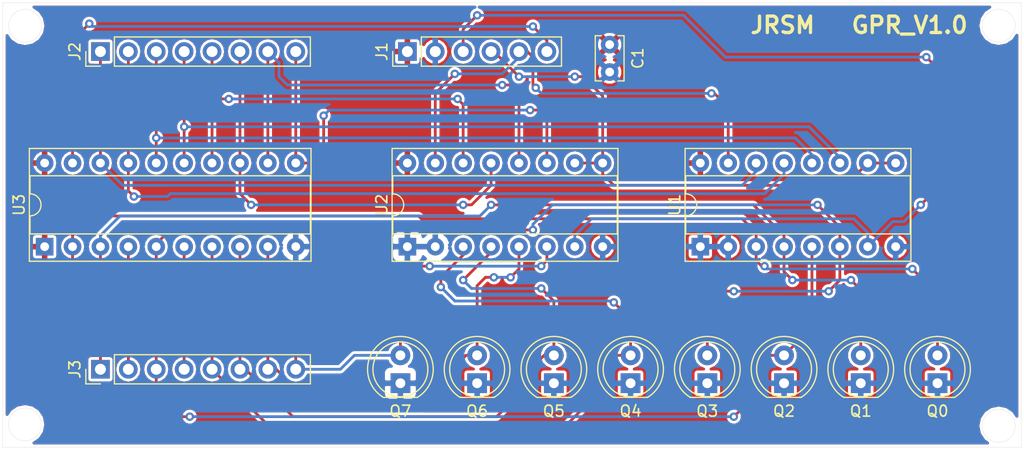
<source format=kicad_pcb>
(kicad_pcb (version 4) (host pcbnew 4.0.7-e2-6376~58~ubuntu16.04.1)
  (title_block (title "8-Bit Breadboard Computer GPR") (rev v1.0))
  (layers (0 F.Cu signal) (31 B.Cu signal) (34 B.Paste user) (35 F.Paste user) (36 B.SilkS user) (37 F.SilkS user) (38 B.Mask user) (39 F.Mask user) (44 Edge.Cuts user))
  (net 0 "")
  (net 1 GND)
  (net 2 /Q0)
  (net 3 /Q4)
  (net 4 /Q1)
  (net 5 /Q5)
  (net 6 /Q2)
  (net 7 /Q6)
  (net 8 /Q3)
  (net 9 /Q7)
  (net 10 /CLK)
  (net 11 /~LOAD)
  (net 12 /CLR)
  (net 13 /~EN)
  (net 14 /D0)
  (net 15 /D1)
  (net 16 /D2)
  (net 17 /D3)
  (net 18 /D4)
  (net 19 /D5)
  (net 20 /D6)
  (net 21 /D7)
  (net 22 VCC)
  (module Housings_DIP:DIP-16_W7.62mm_Socket (layer F.Cu) (at 140.97 111.76 90)
    (fp_text reference U1 (at 3.81 -2.33 90) (layer F.SilkS))
    (fp_text value 74LS173)
    (fp_arc (start 3.81 -1.33) (end 2.81 -1.33) (angle -180) (layer F.SilkS) (width 0.12))
    (fp_line (start 2.81 -1.33) (end 1.16 -1.33) (layer F.SilkS) (width 0.12))
    (fp_line (start 1.16 -1.33) (end 1.16 19.11) (layer F.SilkS) (width 0.12))
    (fp_line (start 1.16 19.11) (end 6.46 19.11) (layer F.SilkS) (width 0.12))
    (fp_line (start 6.46 19.11) (end 6.46 -1.33) (layer F.SilkS) (width 0.12))
    (fp_line (start 6.46 -1.33) (end 4.81 -1.33) (layer F.SilkS) (width 0.12))
    (fp_line (start -1.33 -1.39) (end -1.33 19.17) (layer F.SilkS) (width 0.12))
    (fp_line (start -1.33 19.17) (end 8.95 19.17) (layer F.SilkS) (width 0.12))
    (fp_line (start 8.95 19.17) (end 8.95 -1.39) (layer F.SilkS) (width 0.12))
    (fp_line (start 8.95 -1.39) (end -1.33 -1.39) (layer F.SilkS) (width 0.12))
    (pad 1 thru_hole rect (at 0 0 90) (size 1.6 1.6) (drill 0.8) (layers *.Cu *.Mask) (net 1 GND))
    (pad 9 thru_hole oval (at 7.62 17.78 90) (size 1.6 1.6) (drill 0.8) (layers *.Cu *.Mask) (net 11 /~LOAD))
    (pad 2 thru_hole oval (at 0 2.54 90) (size 1.6 1.6) (drill 0.8) (layers *.Cu *.Mask) (net 1 GND))
    (pad 10 thru_hole oval (at 7.62 15.24 90) (size 1.6 1.6) (drill 0.8) (layers *.Cu *.Mask) (net 11 /~LOAD))
    (pad 3 thru_hole oval (at 0 5.08 90) (size 1.6 1.6) (drill 0.8) (layers *.Cu *.Mask) (net 2 /Q0))
    (pad 11 thru_hole oval (at 7.62 12.7 90) (size 1.6 1.6) (drill 0.8) (layers *.Cu *.Mask) (net 17 /D3))
    (pad 4 thru_hole oval (at 0 7.62 90) (size 1.6 1.6) (drill 0.8) (layers *.Cu *.Mask) (net 4 /Q1))
    (pad 12 thru_hole oval (at 7.62 10.16 90) (size 1.6 1.6) (drill 0.8) (layers *.Cu *.Mask) (net 16 /D2))
    (pad 5 thru_hole oval (at 0 10.16 90) (size 1.6 1.6) (drill 0.8) (layers *.Cu *.Mask) (net 6 /Q2))
    (pad 13 thru_hole oval (at 7.62 7.62 90) (size 1.6 1.6) (drill 0.8) (layers *.Cu *.Mask) (net 15 /D1))
    (pad 6 thru_hole oval (at 0 12.7 90) (size 1.6 1.6) (drill 0.8) (layers *.Cu *.Mask) (net 8 /Q3))
    (pad 14 thru_hole oval (at 7.62 5.08 90) (size 1.6 1.6) (drill 0.8) (layers *.Cu *.Mask) (net 14 /D0))
    (pad 7 thru_hole oval (at 0 15.24 90) (size 1.6 1.6) (drill 0.8) (layers *.Cu *.Mask) (net 10 /CLK))
    (pad 15 thru_hole oval (at 7.62 2.54 90) (size 1.6 1.6) (drill 0.8) (layers *.Cu *.Mask) (net 12 /CLR))
    (pad 8 thru_hole oval (at 0 17.78 90) (size 1.6 1.6) (drill 0.8) (layers *.Cu *.Mask) (net 1 GND))
    (pad 16 thru_hole oval (at 7.62 0 90) (size 1.6 1.6) (drill 0.8) (layers *.Cu *.Mask) (net 22 VCC))
  )
  (module Capacitors_THT:C_Rect_L4.0mm_W2.5mm_P2.50mm (layer F.Cu) (at 132.715 93.345 270)
    (fp_text reference C1 (at 1.25 -2.56 270) (layer F.SilkS))
    (fp_text value 1uF)
    (fp_line (start -0.81 -1.31) (end 3.31 -1.31) (layer F.SilkS) (width 0.12))
    (fp_line (start -0.81 1.31) (end 3.31 1.31) (layer F.SilkS) (width 0.12))
    (fp_line (start -0.81 -1.31) (end -0.81 -0.75) (layer F.SilkS) (width 0.12))
    (fp_line (start -0.81 0.75) (end -0.81 1.31) (layer F.SilkS) (width 0.12))
    (fp_line (start 3.31 -1.31) (end 3.31 -0.75) (layer F.SilkS) (width 0.12))
    (fp_line (start 3.31 0.75) (end 3.31 1.31) (layer F.SilkS) (width 0.12))
    (pad 1 thru_hole circle (at 0 0 270) (size 1.6 1.6) (drill 0.8) (layers *.Cu *.Mask) (net 22 VCC))
    (pad 2 thru_hole circle (at 2.5 0 270) (size 1.6 1.6) (drill 0.8) (layers *.Cu *.Mask) (net 1 GND))
  )
  (module Pin_Headers:Pin_Header_Straight_1x06_Pitch2.54mm (layer F.Cu) (at 114.3 93.98 90)
    (fp_text reference J1 (at 0 -2.33 90) (layer F.SilkS))
    (fp_text value Conn_01x06)
    (fp_line (start -1.33 14.03) (end 1.33 14.03) (layer F.SilkS) (width 0.12))
    (fp_line (start -1.33 1.27) (end -1.33 14.03) (layer F.SilkS) (width 0.12))
    (fp_line (start 1.33 1.27) (end 1.33 14.03) (layer F.SilkS) (width 0.12))
    (fp_line (start -1.33 1.27) (end 1.33 1.27) (layer F.SilkS) (width 0.12))
    (fp_line (start -1.33 0) (end -1.33 -1.33) (layer F.SilkS) (width 0.12))
    (fp_line (start -1.33 -1.33) (end 0 -1.33) (layer F.SilkS) (width 0.12))
    (pad 1 thru_hole rect (at 0 0 90) (size 1.7 1.7) (drill 1) (layers *.Cu *.Mask) (net 22 VCC))
    (pad 2 thru_hole oval (at 0 2.54 90) (size 1.7 1.7) (drill 1) (layers *.Cu *.Mask) (net 1 GND))
    (pad 3 thru_hole oval (at 0 5.08 90) (size 1.7 1.7) (drill 1) (layers *.Cu *.Mask) (net 10 /CLK))
    (pad 4 thru_hole oval (at 0 7.62 90) (size 1.7 1.7) (drill 1) (layers *.Cu *.Mask) (net 11 /~LOAD))
    (pad 5 thru_hole oval (at 0 10.16 90) (size 1.7 1.7) (drill 1) (layers *.Cu *.Mask) (net 12 /CLR))
    (pad 6 thru_hole oval (at 0 12.7 90) (size 1.7 1.7) (drill 1) (layers *.Cu *.Mask) (net 13 /~EN))
  )
  (module Pin_Headers:Pin_Header_Straight_1x08_Pitch2.54mm (layer F.Cu) (at 86.36 93.98 90)
    (fp_text reference J2 (at 0 -2.33 90) (layer F.SilkS))
    (fp_text value Conn_01x08)
    (fp_line (start -1.33 19.11) (end 1.33 19.11) (layer F.SilkS) (width 0.12))
    (fp_line (start -1.33 1.27) (end -1.33 19.11) (layer F.SilkS) (width 0.12))
    (fp_line (start 1.33 1.27) (end 1.33 19.11) (layer F.SilkS) (width 0.12))
    (fp_line (start -1.33 1.27) (end 1.33 1.27) (layer F.SilkS) (width 0.12))
    (fp_line (start -1.33 0) (end -1.33 -1.33) (layer F.SilkS) (width 0.12))
    (fp_line (start -1.33 -1.33) (end 0 -1.33) (layer F.SilkS) (width 0.12))
    (pad 1 thru_hole rect (at 0 0 90) (size 1.7 1.7) (drill 1) (layers *.Cu *.Mask) (net 14 /D0))
    (pad 2 thru_hole oval (at 0 2.54 90) (size 1.7 1.7) (drill 1) (layers *.Cu *.Mask) (net 15 /D1))
    (pad 3 thru_hole oval (at 0 5.08 90) (size 1.7 1.7) (drill 1) (layers *.Cu *.Mask) (net 16 /D2))
    (pad 4 thru_hole oval (at 0 7.62 90) (size 1.7 1.7) (drill 1) (layers *.Cu *.Mask) (net 17 /D3))
    (pad 5 thru_hole oval (at 0 10.16 90) (size 1.7 1.7) (drill 1) (layers *.Cu *.Mask) (net 18 /D4))
    (pad 6 thru_hole oval (at 0 12.7 90) (size 1.7 1.7) (drill 1) (layers *.Cu *.Mask) (net 19 /D5))
    (pad 7 thru_hole oval (at 0 15.24 90) (size 1.7 1.7) (drill 1) (layers *.Cu *.Mask) (net 20 /D6))
    (pad 8 thru_hole oval (at 0 17.78 90) (size 1.7 1.7) (drill 1) (layers *.Cu *.Mask) (net 21 /D7))
  )
  (module Pin_Headers:Pin_Header_Straight_1x08_Pitch2.54mm (layer F.Cu) (at 86.36 122.936 90)
    (fp_text reference J3 (at 0 -2.33 90) (layer F.SilkS))
    (fp_text value Conn_01x08)
    (fp_line (start -1.33 19.11) (end 1.33 19.11) (layer F.SilkS) (width 0.12))
    (fp_line (start -1.33 1.27) (end -1.33 19.11) (layer F.SilkS) (width 0.12))
    (fp_line (start 1.33 1.27) (end 1.33 19.11) (layer F.SilkS) (width 0.12))
    (fp_line (start -1.33 1.27) (end 1.33 1.27) (layer F.SilkS) (width 0.12))
    (fp_line (start -1.33 0) (end -1.33 -1.33) (layer F.SilkS) (width 0.12))
    (fp_line (start -1.33 -1.33) (end 0 -1.33) (layer F.SilkS) (width 0.12))
    (pad 1 thru_hole rect (at 0 0 90) (size 1.7 1.7) (drill 1) (layers *.Cu *.Mask) (net 2 /Q0))
    (pad 2 thru_hole oval (at 0 2.54 90) (size 1.7 1.7) (drill 1) (layers *.Cu *.Mask) (net 4 /Q1))
    (pad 3 thru_hole oval (at 0 5.08 90) (size 1.7 1.7) (drill 1) (layers *.Cu *.Mask) (net 6 /Q2))
    (pad 4 thru_hole oval (at 0 7.62 90) (size 1.7 1.7) (drill 1) (layers *.Cu *.Mask) (net 8 /Q3))
    (pad 5 thru_hole oval (at 0 10.16 90) (size 1.7 1.7) (drill 1) (layers *.Cu *.Mask) (net 3 /Q4))
    (pad 6 thru_hole oval (at 0 12.7 90) (size 1.7 1.7) (drill 1) (layers *.Cu *.Mask) (net 5 /Q5))
    (pad 7 thru_hole oval (at 0 15.24 90) (size 1.7 1.7) (drill 1) (layers *.Cu *.Mask) (net 7 /Q6))
    (pad 8 thru_hole oval (at 0 17.78 90) (size 1.7 1.7) (drill 1) (layers *.Cu *.Mask) (net 9 /Q7))
  )
  (module Housings_DIP:DIP-16_W7.62mm_Socket (layer F.Cu) (at 114.3 111.76 90)
    (fp_text reference U2 (at 3.81 -2.33 90) (layer F.SilkS))
    (fp_text value 74LS173)
    (fp_arc (start 3.81 -1.33) (end 2.81 -1.33) (angle -180) (layer F.SilkS) (width 0.12))
    (fp_line (start 2.81 -1.33) (end 1.16 -1.33) (layer F.SilkS) (width 0.12))
    (fp_line (start 1.16 -1.33) (end 1.16 19.11) (layer F.SilkS) (width 0.12))
    (fp_line (start 1.16 19.11) (end 6.46 19.11) (layer F.SilkS) (width 0.12))
    (fp_line (start 6.46 19.11) (end 6.46 -1.33) (layer F.SilkS) (width 0.12))
    (fp_line (start 6.46 -1.33) (end 4.81 -1.33) (layer F.SilkS) (width 0.12))
    (fp_line (start -1.33 -1.39) (end -1.33 19.17) (layer F.SilkS) (width 0.12))
    (fp_line (start -1.33 19.17) (end 8.95 19.17) (layer F.SilkS) (width 0.12))
    (fp_line (start 8.95 19.17) (end 8.95 -1.39) (layer F.SilkS) (width 0.12))
    (fp_line (start 8.95 -1.39) (end -1.33 -1.39) (layer F.SilkS) (width 0.12))
    (pad 1 thru_hole rect (at 0 0 90) (size 1.6 1.6) (drill 0.8) (layers *.Cu *.Mask) (net 1 GND))
    (pad 9 thru_hole oval (at 7.62 17.78 90) (size 1.6 1.6) (drill 0.8) (layers *.Cu *.Mask) (net 11 /~LOAD))
    (pad 2 thru_hole oval (at 0 2.54 90) (size 1.6 1.6) (drill 0.8) (layers *.Cu *.Mask) (net 1 GND))
    (pad 10 thru_hole oval (at 7.62 15.24 90) (size 1.6 1.6) (drill 0.8) (layers *.Cu *.Mask) (net 11 /~LOAD))
    (pad 3 thru_hole oval (at 0 5.08 90) (size 1.6 1.6) (drill 0.8) (layers *.Cu *.Mask) (net 3 /Q4))
    (pad 11 thru_hole oval (at 7.62 12.7 90) (size 1.6 1.6) (drill 0.8) (layers *.Cu *.Mask) (net 21 /D7))
    (pad 4 thru_hole oval (at 0 7.62 90) (size 1.6 1.6) (drill 0.8) (layers *.Cu *.Mask) (net 5 /Q5))
    (pad 12 thru_hole oval (at 7.62 10.16 90) (size 1.6 1.6) (drill 0.8) (layers *.Cu *.Mask) (net 20 /D6))
    (pad 5 thru_hole oval (at 0 10.16 90) (size 1.6 1.6) (drill 0.8) (layers *.Cu *.Mask) (net 7 /Q6))
    (pad 13 thru_hole oval (at 7.62 7.62 90) (size 1.6 1.6) (drill 0.8) (layers *.Cu *.Mask) (net 19 /D5))
    (pad 6 thru_hole oval (at 0 12.7 90) (size 1.6 1.6) (drill 0.8) (layers *.Cu *.Mask) (net 9 /Q7))
    (pad 14 thru_hole oval (at 7.62 5.08 90) (size 1.6 1.6) (drill 0.8) (layers *.Cu *.Mask) (net 18 /D4))
    (pad 7 thru_hole oval (at 0 15.24 90) (size 1.6 1.6) (drill 0.8) (layers *.Cu *.Mask) (net 10 /CLK))
    (pad 15 thru_hole oval (at 7.62 2.54 90) (size 1.6 1.6) (drill 0.8) (layers *.Cu *.Mask) (net 12 /CLR))
    (pad 8 thru_hole oval (at 0 17.78 90) (size 1.6 1.6) (drill 0.8) (layers *.Cu *.Mask) (net 1 GND))
    (pad 16 thru_hole oval (at 7.62 0 90) (size 1.6 1.6) (drill 0.8) (layers *.Cu *.Mask) (net 22 VCC))
  )
  (module Housings_DIP:DIP-20_W7.62mm_Socket (layer F.Cu) (at 81.28 111.76 90)
    (fp_text reference U3 (at 3.81 -2.33 90) (layer F.SilkS))
    (fp_text value 74LS245)
    (fp_arc (start 3.81 -1.33) (end 2.81 -1.33) (angle -180) (layer F.SilkS) (width 0.12))
    (fp_line (start 2.81 -1.33) (end 1.16 -1.33) (layer F.SilkS) (width 0.12))
    (fp_line (start 1.16 -1.33) (end 1.16 24.19) (layer F.SilkS) (width 0.12))
    (fp_line (start 1.16 24.19) (end 6.46 24.19) (layer F.SilkS) (width 0.12))
    (fp_line (start 6.46 24.19) (end 6.46 -1.33) (layer F.SilkS) (width 0.12))
    (fp_line (start 6.46 -1.33) (end 4.81 -1.33) (layer F.SilkS) (width 0.12))
    (fp_line (start -1.33 -1.39) (end -1.33 24.25) (layer F.SilkS) (width 0.12))
    (fp_line (start -1.33 24.25) (end 8.95 24.25) (layer F.SilkS) (width 0.12))
    (fp_line (start 8.95 24.25) (end 8.95 -1.39) (layer F.SilkS) (width 0.12))
    (fp_line (start 8.95 -1.39) (end -1.33 -1.39) (layer F.SilkS) (width 0.12))
    (pad 1 thru_hole rect (at 0 0 90) (size 1.6 1.6) (drill 0.8) (layers *.Cu *.Mask) (net 22 VCC))
    (pad 11 thru_hole oval (at 7.62 22.86 90) (size 1.6 1.6) (drill 0.8) (layers *.Cu *.Mask) (net 21 /D7))
    (pad 2 thru_hole oval (at 0 2.54 90) (size 1.6 1.6) (drill 0.8) (layers *.Cu *.Mask) (net 2 /Q0))
    (pad 12 thru_hole oval (at 7.62 20.32 90) (size 1.6 1.6) (drill 0.8) (layers *.Cu *.Mask) (net 20 /D6))
    (pad 3 thru_hole oval (at 0 5.08 90) (size 1.6 1.6) (drill 0.8) (layers *.Cu *.Mask) (net 4 /Q1))
    (pad 13 thru_hole oval (at 7.62 17.78 90) (size 1.6 1.6) (drill 0.8) (layers *.Cu *.Mask) (net 19 /D5))
    (pad 4 thru_hole oval (at 0 7.62 90) (size 1.6 1.6) (drill 0.8) (layers *.Cu *.Mask) (net 6 /Q2))
    (pad 14 thru_hole oval (at 7.62 15.24 90) (size 1.6 1.6) (drill 0.8) (layers *.Cu *.Mask) (net 18 /D4))
    (pad 5 thru_hole oval (at 0 10.16 90) (size 1.6 1.6) (drill 0.8) (layers *.Cu *.Mask) (net 8 /Q3))
    (pad 15 thru_hole oval (at 7.62 12.7 90) (size 1.6 1.6) (drill 0.8) (layers *.Cu *.Mask) (net 17 /D3))
    (pad 6 thru_hole oval (at 0 12.7 90) (size 1.6 1.6) (drill 0.8) (layers *.Cu *.Mask) (net 3 /Q4))
    (pad 16 thru_hole oval (at 7.62 10.16 90) (size 1.6 1.6) (drill 0.8) (layers *.Cu *.Mask) (net 16 /D2))
    (pad 7 thru_hole oval (at 0 15.24 90) (size 1.6 1.6) (drill 0.8) (layers *.Cu *.Mask) (net 5 /Q5))
    (pad 17 thru_hole oval (at 7.62 7.62 90) (size 1.6 1.6) (drill 0.8) (layers *.Cu *.Mask) (net 15 /D1))
    (pad 8 thru_hole oval (at 0 17.78 90) (size 1.6 1.6) (drill 0.8) (layers *.Cu *.Mask) (net 7 /Q6))
    (pad 18 thru_hole oval (at 7.62 5.08 90) (size 1.6 1.6) (drill 0.8) (layers *.Cu *.Mask) (net 14 /D0))
    (pad 9 thru_hole oval (at 0 20.32 90) (size 1.6 1.6) (drill 0.8) (layers *.Cu *.Mask) (net 9 /Q7))
    (pad 19 thru_hole oval (at 7.62 2.54 90) (size 1.6 1.6) (drill 0.8) (layers *.Cu *.Mask) (net 13 /~EN))
    (pad 10 thru_hole oval (at 0 22.86 90) (size 1.6 1.6) (drill 0.8) (layers *.Cu *.Mask) (net 1 GND))
    (pad 20 thru_hole oval (at 7.62 0 90) (size 1.6 1.6) (drill 0.8) (layers *.Cu *.Mask) (net 22 VCC))
  )
  (module LEDs:LED_D5.0mm (layer F.Cu) (at 141.605 124.206 90)
    (fp_text reference Q3 (at -2.54 0 180) (layer F.SilkS))
    (fp_text value LED)
    (fp_arc (start 1.27 0) (end -1.29 -1.54483) (angle 148.9) (layer F.SilkS) (width 0.12))
    (fp_arc (start 1.27 0) (end -1.29 1.54483) (angle -148.9) (layer F.SilkS) (width 0.12))
    (fp_circle (center 1.27 0) (end 3.77 0) (layer F.SilkS) (width 0.12))
    (fp_line (start -1.29 -1.545) (end -1.29 1.545) (layer F.SilkS) (width 0.12))
    (pad 1 thru_hole rect (at 0 0 90) (size 1.8 1.8) (drill 0.9) (layers *.Cu *.Mask) (net 1 GND))
    (pad 2 thru_hole circle (at 2.54 0 90) (size 1.8 1.8) (drill 0.9) (layers *.Cu *.Mask) (net 8 /Q3))
  )
  (module LEDs:LED_D5.0mm (layer F.Cu) (at 134.62 124.206 90)
    (fp_text reference Q4 (at -2.54 0 180) (layer F.SilkS))
    (fp_text value LED)
    (fp_arc (start 1.27 0) (end -1.29 -1.54483) (angle 148.9) (layer F.SilkS) (width 0.12))
    (fp_arc (start 1.27 0) (end -1.29 1.54483) (angle -148.9) (layer F.SilkS) (width 0.12))
    (fp_circle (center 1.27 0) (end 3.77 0) (layer F.SilkS) (width 0.12))
    (fp_line (start -1.29 -1.545) (end -1.29 1.545) (layer F.SilkS) (width 0.12))
    (pad 1 thru_hole rect (at 0 0 90) (size 1.8 1.8) (drill 0.9) (layers *.Cu *.Mask) (net 1 GND))
    (pad 2 thru_hole circle (at 2.54 0 90) (size 1.8 1.8) (drill 0.9) (layers *.Cu *.Mask) (net 3 /Q4))
  )
  (module LEDs:LED_D5.0mm (layer F.Cu) (at 148.59 124.206 90)
    (fp_text reference Q2 (at -2.54 0 180) (layer F.SilkS))
    (fp_text value LED)
    (fp_arc (start 1.27 0) (end -1.29 -1.54483) (angle 148.9) (layer F.SilkS) (width 0.12))
    (fp_arc (start 1.27 0) (end -1.29 1.54483) (angle -148.9) (layer F.SilkS) (width 0.12))
    (fp_circle (center 1.27 0) (end 3.77 0) (layer F.SilkS) (width 0.12))
    (fp_line (start -1.29 -1.545) (end -1.29 1.545) (layer F.SilkS) (width 0.12))
    (pad 1 thru_hole rect (at 0 0 90) (size 1.8 1.8) (drill 0.9) (layers *.Cu *.Mask) (net 1 GND))
    (pad 2 thru_hole circle (at 2.54 0 90) (size 1.8 1.8) (drill 0.9) (layers *.Cu *.Mask) (net 6 /Q2))
  )
  (module LEDs:LED_D5.0mm (layer F.Cu) (at 127.635 124.206 90)
    (fp_text reference Q5 (at -2.54 0 180) (layer F.SilkS))
    (fp_text value LED)
    (fp_arc (start 1.27 0) (end -1.29 -1.54483) (angle 148.9) (layer F.SilkS) (width 0.12))
    (fp_arc (start 1.27 0) (end -1.29 1.54483) (angle -148.9) (layer F.SilkS) (width 0.12))
    (fp_circle (center 1.27 0) (end 3.77 0) (layer F.SilkS) (width 0.12))
    (fp_line (start -1.29 -1.545) (end -1.29 1.545) (layer F.SilkS) (width 0.12))
    (pad 1 thru_hole rect (at 0 0 90) (size 1.8 1.8) (drill 0.9) (layers *.Cu *.Mask) (net 1 GND))
    (pad 2 thru_hole circle (at 2.54 0 90) (size 1.8 1.8) (drill 0.9) (layers *.Cu *.Mask) (net 5 /Q5))
  )
  (module LEDs:LED_D5.0mm (layer F.Cu) (at 155.575 124.206 90)
    (fp_text reference Q1 (at -2.54 0 180) (layer F.SilkS))
    (fp_text value LED)
    (fp_arc (start 1.27 0) (end -1.29 -1.54483) (angle 148.9) (layer F.SilkS) (width 0.12))
    (fp_arc (start 1.27 0) (end -1.29 1.54483) (angle -148.9) (layer F.SilkS) (width 0.12))
    (fp_circle (center 1.27 0) (end 3.77 0) (layer F.SilkS) (width 0.12))
    (fp_line (start -1.29 -1.545) (end -1.29 1.545) (layer F.SilkS) (width 0.12))
    (pad 1 thru_hole rect (at 0 0 90) (size 1.8 1.8) (drill 0.9) (layers *.Cu *.Mask) (net 1 GND))
    (pad 2 thru_hole circle (at 2.54 0 90) (size 1.8 1.8) (drill 0.9) (layers *.Cu *.Mask) (net 4 /Q1))
  )
  (module LEDs:LED_D5.0mm (layer F.Cu) (at 120.65 124.206 90)
    (fp_text reference Q6 (at -2.54 0 180) (layer F.SilkS))
    (fp_text value LED)
    (fp_arc (start 1.27 0) (end -1.29 -1.54483) (angle 148.9) (layer F.SilkS) (width 0.12))
    (fp_arc (start 1.27 0) (end -1.29 1.54483) (angle -148.9) (layer F.SilkS) (width 0.12))
    (fp_circle (center 1.27 0) (end 3.77 0) (layer F.SilkS) (width 0.12))
    (fp_line (start -1.29 -1.545) (end -1.29 1.545) (layer F.SilkS) (width 0.12))
    (pad 1 thru_hole rect (at 0 0 90) (size 1.8 1.8) (drill 0.9) (layers *.Cu *.Mask) (net 1 GND))
    (pad 2 thru_hole circle (at 2.54 0 90) (size 1.8 1.8) (drill 0.9) (layers *.Cu *.Mask) (net 7 /Q6))
  )
  (module LEDs:LED_D5.0mm (layer F.Cu) (at 162.56 124.206 90)
    (fp_text reference Q0 (at -2.54 0 180) (layer F.SilkS))
    (fp_text value LED)
    (fp_arc (start 1.27 0) (end -1.29 -1.54483) (angle 148.9) (layer F.SilkS) (width 0.12))
    (fp_arc (start 1.27 0) (end -1.29 1.54483) (angle -148.9) (layer F.SilkS) (width 0.12))
    (fp_circle (center 1.27 0) (end 3.77 0) (layer F.SilkS) (width 0.12))
    (fp_line (start -1.29 -1.545) (end -1.29 1.545) (layer F.SilkS) (width 0.12))
    (pad 1 thru_hole rect (at 0 0 90) (size 1.8 1.8) (drill 0.9) (layers *.Cu *.Mask) (net 1 GND))
    (pad 2 thru_hole circle (at 2.54 0 90) (size 1.8 1.8) (drill 0.9) (layers *.Cu *.Mask) (net 2 /Q0))
  )
  (module LEDs:LED_D5.0mm (layer F.Cu) (at 113.665 124.206 90)
    (fp_text reference Q7 (at -2.54 0 180) (layer F.SilkS))
    (fp_text value LED)
    (fp_arc (start 1.27 0) (end -1.29 -1.54483) (angle 148.9) (layer F.SilkS) (width 0.12))
    (fp_arc (start 1.27 0) (end -1.29 1.54483) (angle -148.9) (layer F.SilkS) (width 0.12))
    (fp_circle (center 1.27 0) (end 3.77 0) (layer F.SilkS) (width 0.12))
    (fp_line (start -1.29 -1.545) (end -1.29 1.545) (layer F.SilkS) (width 0.12))
    (pad 1 thru_hole rect (at 0 0 90) (size 1.8 1.8) (drill 0.9) (layers *.Cu *.Mask) (net 1 GND))
    (pad 2 thru_hole circle (at 2.54 0 90) (size 1.8 1.8) (drill 0.9) (layers *.Cu *.Mask) (net 9 /Q7))
  )
  (gr_text "GPR_V1.0\n" (at 160.02 91.567) (layer F.SilkS) (effects (font (size 1.5 1.5) (thickness 0.3))))
  (gr_text JRSM (at 148.463 91.567) (layer F.SilkS) (effects (font (size 1.5 1.5) (thickness 0.3))))
  (gr_line (start 77.47 130.048) (end 170.18 130.048) (angle 90) (layer Edge.Cuts) (width 0.0254))
  (gr_circle (center 79.5 91.627) (end 81 91.627) (layer Edge.Cuts) (width 0.0254))
  (gr_circle (center 168.135 91.619) (end 169.635 91.619) (layer Edge.Cuts) (width 0.0254))
  (gr_circle (center 168.135 128.095) (end 169.635 128.095) (layer Edge.Cuts) (width 0.0254))
  (gr_circle (center 79.492 127.96) (end 77.992 127.96) (layer Edge.Cuts) (width 0.0254))
  (gr_line (start 170.18 89.535) (end 77.47 89.535) (angle 90) (layer Edge.Cuts) (width 0.0254))
  (gr_line (start 170.18 130.048) (end 170.18 89.535) (angle 90) (layer Edge.Cuts) (width 0.0254))
  (gr_line (start 77.47 89.535) (end 77.47 130.048) (angle 90) (layer Edge.Cuts) (width 0.0254))
  (segment (start 146.05 111.76) (end 146.05 113.03) (width 0.254) (layer F.Cu) (net 2))
  (segment (start 162.56 116.078) (end 162.56 121.666) (width 0.254) (layer F.Cu) (net 2))
  (segment (start 160.274 113.792) (end 162.56 116.078) (width 0.254) (layer F.Cu) (net 2))
  (via (at 160.274 113.792) (size 0.762) (drill 0.381) (layers F.Cu B.Cu) (net 2))
  (segment (start 147.066 113.792) (end 160.274 113.792) (width 0.254) (layer B.Cu) (net 2))
  (segment (start 146.812 113.538) (end 147.066 113.792) (width 0.254) (layer B.Cu) (net 2))
  (via (at 146.812 113.538) (size 0.762) (drill 0.381) (layers F.Cu B.Cu) (net 2))
  (segment (start 146.558 113.538) (end 146.812 113.538) (width 0.254) (layer F.Cu) (net 2))
  (segment (start 146.05 113.03) (end 146.558 113.538) (width 0.254) (layer F.Cu) (net 2))
  (segment (start 83.82 111.76) (end 83.82 110.744) (width 0.254) (layer F.Cu) (net 2))
  (segment (start 146.05 110.49) (end 146.05 111.76) (width 0.254) (layer F.Cu) (net 2))
  (segment (start 144.78 109.22) (end 146.05 110.49) (width 0.254) (layer F.Cu) (net 2))
  (segment (start 115.57 109.22) (end 144.78 109.22) (width 0.254) (layer F.Cu) (net 2))
  (segment (start 115.316 108.966) (end 115.57 109.22) (width 0.254) (layer F.Cu) (net 2))
  (segment (start 85.598 108.966) (end 115.316 108.966) (width 0.254) (layer F.Cu) (net 2))
  (segment (start 83.82 110.744) (end 85.598 108.966) (width 0.254) (layer F.Cu) (net 2))
  (segment (start 146.05 112.395) (end 146.05 111.76) (width 0.254) (layer B.Cu) (net 2))
  (segment (start 86.36 122.936) (end 86.36 121.285) (width 0.254) (layer F.Cu) (net 2))
  (segment (start 83.82 120.015) (end 83.82 114.3) (width 0.254) (layer F.Cu) (net 2))
  (segment (start 84.455 120.65) (end 83.82 120.015) (width 0.254) (layer F.Cu) (net 2))
  (segment (start 85.725 120.65) (end 84.455 120.65) (width 0.254) (layer F.Cu) (net 2))
  (segment (start 86.36 121.285) (end 85.725 120.65) (width 0.254) (layer F.Cu) (net 2))
  (segment (start 83.82 114.3) (end 83.82 111.76) (width 0.254) (layer F.Cu) (net 2))
  (segment (start 119.38 111.76) (end 119.38 112.522) (width 0.254) (layer F.Cu) (net 3))
  (segment (start 119.38 112.522) (end 117.348 114.554) (width 0.254) (layer F.Cu) (net 3))
  (segment (start 117.348 114.554) (end 117.348 115.443) (width 0.254) (layer F.Cu) (net 3))
  (via (at 117.348 115.443) (size 0.762) (drill 0.381) (layers F.Cu B.Cu) (net 3))
  (segment (start 117.348 115.443) (end 118.618 116.713) (width 0.254) (layer B.Cu) (net 3))
  (segment (start 118.618 116.713) (end 132.969 116.713) (width 0.254) (layer B.Cu) (net 3))
  (segment (start 132.969 116.713) (end 133.096 116.84) (width 0.254) (layer B.Cu) (net 3))
  (via (at 133.096 116.84) (size 0.762) (drill 0.381) (layers F.Cu B.Cu) (net 3))
  (segment (start 133.096 116.84) (end 134.62 118.364) (width 0.254) (layer F.Cu) (net 3))
  (segment (start 134.62 118.364) (end 134.62 121.666) (width 0.254) (layer F.Cu) (net 3))
  (segment (start 96.52 122.936) (end 101.854 128.27) (width 0.254) (layer F.Cu) (net 3))
  (segment (start 133.35 121.666) (end 134.62 121.666) (width 0.254) (layer F.Cu) (net 3))
  (segment (start 131.572 123.444) (end 133.35 121.666) (width 0.254) (layer F.Cu) (net 3))
  (segment (start 131.572 125.222) (end 131.572 123.444) (width 0.254) (layer F.Cu) (net 3))
  (segment (start 128.524 128.27) (end 131.572 125.222) (width 0.254) (layer F.Cu) (net 3))
  (segment (start 101.854 128.27) (end 128.524 128.27) (width 0.254) (layer F.Cu) (net 3))
  (segment (start 93.98 111.76) (end 93.98 120.015) (width 0.254) (layer F.Cu) (net 3))
  (segment (start 96.52 121.285) (end 96.52 122.936) (width 0.254) (layer F.Cu) (net 3))
  (segment (start 95.885 120.65) (end 96.52 121.285) (width 0.254) (layer F.Cu) (net 3))
  (segment (start 94.615 120.65) (end 95.885 120.65) (width 0.254) (layer F.Cu) (net 3))
  (segment (start 93.98 120.015) (end 94.615 120.65) (width 0.254) (layer F.Cu) (net 3))
  (segment (start 148.59 111.76) (end 148.59 114.046) (width 0.254) (layer F.Cu) (net 4))
  (segment (start 155.575 115.697) (end 155.575 121.666) (width 0.254) (layer F.Cu) (net 4))
  (segment (start 154.686 114.808) (end 155.575 115.697) (width 0.254) (layer F.Cu) (net 4))
  (via (at 154.686 114.808) (size 0.762) (drill 0.381) (layers F.Cu B.Cu) (net 4))
  (segment (start 154.432 114.808) (end 154.686 114.808) (width 0.254) (layer B.Cu) (net 4))
  (segment (start 149.352 114.808) (end 154.432 114.808) (width 0.254) (layer B.Cu) (net 4))
  (via (at 149.352 114.808) (size 0.762) (drill 0.381) (layers F.Cu B.Cu) (net 4))
  (segment (start 148.59 114.046) (end 149.352 114.808) (width 0.254) (layer F.Cu) (net 4))
  (segment (start 148.59 111.76) (end 148.59 110.744) (width 0.254) (layer F.Cu) (net 4))
  (segment (start 86.36 110.744) (end 86.36 111.76) (width 0.254) (layer B.Cu) (net 4))
  (segment (start 88.138 108.966) (end 86.36 110.744) (width 0.254) (layer B.Cu) (net 4))
  (segment (start 90.932 108.966) (end 88.138 108.966) (width 0.254) (layer B.Cu) (net 4))
  (segment (start 99.568 108.966) (end 90.932 108.966) (width 0.254) (layer B.Cu) (net 4))
  (segment (start 108.458 108.966) (end 99.568 108.966) (width 0.254) (layer B.Cu) (net 4))
  (segment (start 111.506 108.966) (end 108.458 108.966) (width 0.254) (layer B.Cu) (net 4))
  (segment (start 120.904 108.966) (end 111.506 108.966) (width 0.254) (layer B.Cu) (net 4))
  (segment (start 121.92 107.95) (end 120.904 108.966) (width 0.254) (layer B.Cu) (net 4))
  (via (at 121.92 107.95) (size 0.762) (drill 0.381) (layers F.Cu B.Cu) (net 4))
  (segment (start 145.796 107.95) (end 121.92 107.95) (width 0.254) (layer F.Cu) (net 4))
  (segment (start 148.59 110.744) (end 145.796 107.95) (width 0.254) (layer F.Cu) (net 4))
  (segment (start 88.9 122.936) (end 88.9 121.92) (width 0.254) (layer F.Cu) (net 4))
  (segment (start 86.36 120.015) (end 86.36 115.57) (width 0.254) (layer F.Cu) (net 4))
  (segment (start 86.995 120.65) (end 86.36 120.015) (width 0.254) (layer F.Cu) (net 4))
  (segment (start 88.265 120.65) (end 86.995 120.65) (width 0.254) (layer F.Cu) (net 4))
  (segment (start 88.9 121.285) (end 88.265 120.65) (width 0.254) (layer F.Cu) (net 4))
  (segment (start 88.9 121.92) (end 88.9 121.285) (width 0.254) (layer F.Cu) (net 4))
  (segment (start 86.36 115.57) (end 86.36 111.76) (width 0.254) (layer F.Cu) (net 4))
  (segment (start 99.06 122.936) (end 99.568 122.936) (width 0.254) (layer F.Cu) (net 5))
  (segment (start 99.568 122.936) (end 103.886 127.254) (width 0.254) (layer F.Cu) (net 5))
  (segment (start 124.968 123.444) (end 126.746 121.666) (width 0.254) (layer F.Cu) (net 5))
  (segment (start 124.968 124.714) (end 124.968 123.444) (width 0.254) (layer F.Cu) (net 5))
  (segment (start 122.428 127.254) (end 124.968 124.714) (width 0.254) (layer F.Cu) (net 5))
  (segment (start 120.396 127.254) (end 122.428 127.254) (width 0.254) (layer F.Cu) (net 5))
  (segment (start 103.886 127.254) (end 120.396 127.254) (width 0.254) (layer F.Cu) (net 5))
  (segment (start 126.746 121.666) (end 127.635 121.666) (width 0.254) (layer F.Cu) (net 5))
  (segment (start 121.92 111.76) (end 121.92 112.268) (width 0.254) (layer F.Cu) (net 5))
  (segment (start 121.92 112.268) (end 119.38 114.808) (width 0.254) (layer F.Cu) (net 5))
  (via (at 119.38 114.808) (size 0.762) (drill 0.381) (layers F.Cu B.Cu) (net 5))
  (segment (start 119.38 114.808) (end 120.142 115.57) (width 0.254) (layer B.Cu) (net 5))
  (segment (start 120.142 115.57) (end 126.492 115.57) (width 0.254) (layer B.Cu) (net 5))
  (via (at 126.492 115.57) (size 0.762) (drill 0.381) (layers F.Cu B.Cu) (net 5))
  (segment (start 126.492 115.57) (end 127.635 116.713) (width 0.254) (layer F.Cu) (net 5))
  (segment (start 127.635 116.713) (end 127.635 121.666) (width 0.254) (layer F.Cu) (net 5))
  (segment (start 99.06 122.936) (end 99.06 121.285) (width 0.254) (layer F.Cu) (net 5))
  (segment (start 96.52 120.015) (end 96.52 111.76) (width 0.254) (layer F.Cu) (net 5))
  (segment (start 97.155 120.65) (end 96.52 120.015) (width 0.254) (layer F.Cu) (net 5))
  (segment (start 98.425 120.65) (end 97.155 120.65) (width 0.254) (layer F.Cu) (net 5))
  (segment (start 99.06 121.285) (end 98.425 120.65) (width 0.254) (layer F.Cu) (net 5))
  (segment (start 148.59 121.666) (end 146.812 121.666) (width 0.254) (layer F.Cu) (net 6))
  (segment (start 91.44 125.476) (end 91.44 122.936) (width 0.254) (layer F.Cu) (net 6))
  (segment (start 93.218 127.254) (end 91.44 125.476) (width 0.254) (layer F.Cu) (net 6))
  (segment (start 94.488 127.254) (end 93.218 127.254) (width 0.254) (layer F.Cu) (net 6))
  (via (at 94.488 127.254) (size 0.762) (drill 0.381) (layers F.Cu B.Cu) (net 6))
  (segment (start 103.124 127.254) (end 94.488 127.254) (width 0.254) (layer B.Cu) (net 6))
  (segment (start 115.57 127.254) (end 103.124 127.254) (width 0.254) (layer B.Cu) (net 6))
  (segment (start 122.428 127.254) (end 115.57 127.254) (width 0.254) (layer B.Cu) (net 6))
  (segment (start 131.318 127.254) (end 122.428 127.254) (width 0.254) (layer B.Cu) (net 6))
  (segment (start 138.176 127.254) (end 131.318 127.254) (width 0.254) (layer B.Cu) (net 6))
  (segment (start 144.018 127.254) (end 138.176 127.254) (width 0.254) (layer B.Cu) (net 6))
  (via (at 144.018 127.254) (size 0.762) (drill 0.381) (layers F.Cu B.Cu) (net 6))
  (segment (start 145.288 125.984) (end 144.018 127.254) (width 0.254) (layer F.Cu) (net 6))
  (segment (start 145.288 123.19) (end 145.288 125.984) (width 0.254) (layer F.Cu) (net 6))
  (segment (start 146.812 121.666) (end 145.288 123.19) (width 0.254) (layer F.Cu) (net 6))
  (segment (start 151.13 111.76) (end 151.13 119.126) (width 0.254) (layer F.Cu) (net 6))
  (segment (start 151.13 119.126) (end 148.59 121.666) (width 0.254) (layer F.Cu) (net 6))
  (segment (start 91.44 122.936) (end 91.44 121.285) (width 0.254) (layer F.Cu) (net 6))
  (segment (start 91.44 121.285) (end 90.805 120.65) (width 0.254) (layer F.Cu) (net 6))
  (segment (start 90.805 120.65) (end 89.535 120.65) (width 0.254) (layer F.Cu) (net 6))
  (segment (start 89.535 120.65) (end 88.9 120.015) (width 0.254) (layer F.Cu) (net 6))
  (segment (start 88.9 120.015) (end 88.9 111.76) (width 0.254) (layer F.Cu) (net 6))
  (segment (start 101.6 122.936) (end 102.362 122.936) (width 0.254) (layer F.Cu) (net 7))
  (segment (start 102.362 122.936) (end 105.664 126.238) (width 0.254) (layer F.Cu) (net 7))
  (segment (start 119.634 121.666) (end 120.65 121.666) (width 0.254) (layer F.Cu) (net 7))
  (segment (start 118.11 123.19) (end 119.634 121.666) (width 0.254) (layer F.Cu) (net 7))
  (segment (start 118.11 123.444) (end 118.11 123.19) (width 0.254) (layer F.Cu) (net 7))
  (segment (start 118.11 123.952) (end 118.11 123.444) (width 0.254) (layer F.Cu) (net 7))
  (segment (start 115.824 126.238) (end 118.11 123.952) (width 0.254) (layer F.Cu) (net 7))
  (segment (start 105.664 126.238) (end 115.824 126.238) (width 0.254) (layer F.Cu) (net 7))
  (segment (start 124.46 111.76) (end 124.46 113.792) (width 0.254) (layer F.Cu) (net 7))
  (segment (start 120.65 115.316) (end 120.65 121.666) (width 0.254) (layer F.Cu) (net 7))
  (segment (start 121.412 114.554) (end 120.65 115.316) (width 0.254) (layer F.Cu) (net 7))
  (segment (start 122.174 114.554) (end 121.412 114.554) (width 0.254) (layer F.Cu) (net 7))
  (via (at 122.174 114.554) (size 0.762) (drill 0.381) (layers F.Cu B.Cu) (net 7))
  (segment (start 123.698 114.554) (end 122.174 114.554) (width 0.254) (layer B.Cu) (net 7))
  (via (at 123.698 114.554) (size 0.762) (drill 0.381) (layers F.Cu B.Cu) (net 7))
  (segment (start 124.46 113.792) (end 123.698 114.554) (width 0.254) (layer F.Cu) (net 7))
  (segment (start 99.06 111.76) (end 99.06 120.015) (width 0.254) (layer F.Cu) (net 7))
  (segment (start 101.6 121.285) (end 101.6 122.936) (width 0.254) (layer F.Cu) (net 7))
  (segment (start 100.965 120.65) (end 101.6 121.285) (width 0.254) (layer F.Cu) (net 7))
  (segment (start 99.695 120.65) (end 100.965 120.65) (width 0.254) (layer F.Cu) (net 7))
  (segment (start 99.06 120.015) (end 99.695 120.65) (width 0.254) (layer F.Cu) (net 7))
  (segment (start 153.67 111.76) (end 153.67 114.808) (width 0.254) (layer F.Cu) (net 8))
  (segment (start 141.605 117.475) (end 141.605 121.666) (width 0.254) (layer F.Cu) (net 8))
  (segment (start 143.256 115.824) (end 141.605 117.475) (width 0.254) (layer F.Cu) (net 8))
  (segment (start 144.018 115.824) (end 143.256 115.824) (width 0.254) (layer F.Cu) (net 8))
  (via (at 144.018 115.824) (size 0.762) (drill 0.381) (layers F.Cu B.Cu) (net 8))
  (segment (start 152.654 115.824) (end 144.018 115.824) (width 0.254) (layer B.Cu) (net 8))
  (via (at 152.654 115.824) (size 0.762) (drill 0.381) (layers F.Cu B.Cu) (net 8))
  (segment (start 153.67 114.808) (end 152.654 115.824) (width 0.254) (layer F.Cu) (net 8))
  (segment (start 153.67 111.76) (end 153.67 109.982) (width 0.254) (layer F.Cu) (net 8))
  (segment (start 92.71 110.236) (end 91.44 111.506) (width 0.254) (layer F.Cu) (net 8))
  (segment (start 93.218 110.236) (end 92.71 110.236) (width 0.254) (layer F.Cu) (net 8))
  (segment (start 101.092 110.236) (end 93.218 110.236) (width 0.254) (layer F.Cu) (net 8))
  (segment (start 107.95 110.236) (end 101.092 110.236) (width 0.254) (layer F.Cu) (net 8))
  (segment (start 112.268 110.236) (end 107.95 110.236) (width 0.254) (layer F.Cu) (net 8))
  (segment (start 117.856 110.236) (end 112.268 110.236) (width 0.254) (layer F.Cu) (net 8))
  (segment (start 125.73 110.236) (end 117.856 110.236) (width 0.254) (layer F.Cu) (net 8))
  (via (at 125.73 110.236) (size 0.762) (drill 0.381) (layers F.Cu B.Cu) (net 8))
  (segment (start 125.73 109.728) (end 125.73 110.236) (width 0.254) (layer B.Cu) (net 8))
  (segment (start 127.508 107.95) (end 125.73 109.728) (width 0.254) (layer B.Cu) (net 8))
  (segment (start 143.51 107.95) (end 127.508 107.95) (width 0.254) (layer B.Cu) (net 8))
  (segment (start 151.638 107.95) (end 143.51 107.95) (width 0.254) (layer B.Cu) (net 8))
  (via (at 151.638 107.95) (size 0.762) (drill 0.381) (layers F.Cu B.Cu) (net 8))
  (segment (start 153.67 109.982) (end 151.638 107.95) (width 0.254) (layer F.Cu) (net 8))
  (segment (start 91.44 111.506) (end 91.44 111.76) (width 0.254) (layer F.Cu) (net 8))
  (segment (start 91.44 111.76) (end 91.44 120.015) (width 0.254) (layer F.Cu) (net 8))
  (segment (start 93.98 121.285) (end 93.98 122.936) (width 0.254) (layer F.Cu) (net 8))
  (segment (start 93.345 120.65) (end 93.98 121.285) (width 0.254) (layer F.Cu) (net 8))
  (segment (start 92.075 120.65) (end 93.345 120.65) (width 0.254) (layer F.Cu) (net 8))
  (segment (start 91.44 120.015) (end 92.075 120.65) (width 0.254) (layer F.Cu) (net 8))
  (segment (start 141.605 121.285) (end 141.605 121.666) (width 0.254) (layer B.Cu) (net 8))
  (segment (start 127 111.76) (end 127 113.03) (width 0.254) (layer F.Cu) (net 9))
  (segment (start 113.665 115.443) (end 113.665 121.666) (width 0.254) (layer F.Cu) (net 9))
  (segment (start 115.57 113.538) (end 113.665 115.443) (width 0.254) (layer F.Cu) (net 9))
  (segment (start 116.332 113.538) (end 115.57 113.538) (width 0.254) (layer F.Cu) (net 9))
  (via (at 116.332 113.538) (size 0.762) (drill 0.381) (layers F.Cu B.Cu) (net 9))
  (segment (start 126.492 113.538) (end 116.332 113.538) (width 0.254) (layer B.Cu) (net 9))
  (via (at 126.492 113.538) (size 0.762) (drill 0.381) (layers F.Cu B.Cu) (net 9))
  (segment (start 127 113.03) (end 126.492 113.538) (width 0.254) (layer F.Cu) (net 9))
  (segment (start 104.14 122.936) (end 108.204 122.936) (width 0.254) (layer B.Cu) (net 9))
  (segment (start 109.474 121.666) (end 113.665 121.666) (width 0.254) (layer B.Cu) (net 9))
  (segment (start 108.204 122.936) (end 109.474 121.666) (width 0.254) (layer B.Cu) (net 9))
  (segment (start 104.14 122.936) (end 104.14 121.285) (width 0.254) (layer F.Cu) (net 9))
  (segment (start 101.6 120.015) (end 101.6 111.76) (width 0.254) (layer F.Cu) (net 9))
  (segment (start 102.235 120.65) (end 101.6 120.015) (width 0.254) (layer F.Cu) (net 9))
  (segment (start 103.505 120.65) (end 102.235 120.65) (width 0.254) (layer F.Cu) (net 9))
  (segment (start 104.14 121.285) (end 103.505 120.65) (width 0.254) (layer F.Cu) (net 9))
  (segment (start 129.54 111.76) (end 129.54 110.744) (width 0.254) (layer B.Cu) (net 10))
  (segment (start 156.21 110.49) (end 156.21 111.76) (width 0.254) (layer B.Cu) (net 10))
  (segment (start 154.94 109.22) (end 156.21 110.49) (width 0.254) (layer B.Cu) (net 10))
  (segment (start 131.064 109.22) (end 154.94 109.22) (width 0.254) (layer B.Cu) (net 10))
  (segment (start 129.54 110.744) (end 131.064 109.22) (width 0.254) (layer B.Cu) (net 10))
  (segment (start 119.38 93.98) (end 119.38 91.948) (width 0.254) (layer F.Cu) (net 10))
  (segment (start 158.496 109.474) (end 156.21 111.76) (width 0.254) (layer B.Cu) (net 10))
  (segment (start 159.512 109.474) (end 158.496 109.474) (width 0.254) (layer B.Cu) (net 10))
  (segment (start 161.036 107.95) (end 159.512 109.474) (width 0.254) (layer B.Cu) (net 10))
  (via (at 161.036 107.95) (size 0.762) (drill 0.381) (layers F.Cu B.Cu) (net 10))
  (segment (start 163.83 105.156) (end 161.036 107.95) (width 0.254) (layer F.Cu) (net 10))
  (segment (start 163.83 96.774) (end 163.83 105.156) (width 0.254) (layer F.Cu) (net 10))
  (segment (start 161.544 94.488) (end 163.83 96.774) (width 0.254) (layer F.Cu) (net 10))
  (via (at 161.544 94.488) (size 0.762) (drill 0.381) (layers F.Cu B.Cu) (net 10))
  (segment (start 143.256 94.488) (end 161.544 94.488) (width 0.254) (layer B.Cu) (net 10))
  (segment (start 139.446 90.678) (end 143.256 94.488) (width 0.254) (layer B.Cu) (net 10))
  (segment (start 120.65 90.678) (end 139.446 90.678) (width 0.254) (layer B.Cu) (net 10))
  (via (at 120.65 90.678) (size 0.762) (drill 0.381) (layers F.Cu B.Cu) (net 10))
  (segment (start 119.38 91.948) (end 120.65 90.678) (width 0.254) (layer F.Cu) (net 10))
  (segment (start 129.54 104.14) (end 132.08 104.14) (width 0.254) (layer F.Cu) (net 11))
  (segment (start 156.21 104.14) (end 158.75 104.14) (width 0.254) (layer F.Cu) (net 11))
  (segment (start 132.08 104.14) (end 132.08 105.156) (width 0.254) (layer F.Cu) (net 11))
  (segment (start 154.178 106.172) (end 156.21 104.14) (width 0.254) (layer F.Cu) (net 11))
  (segment (start 133.096 106.172) (end 154.178 106.172) (width 0.254) (layer F.Cu) (net 11))
  (segment (start 132.08 105.156) (end 133.096 106.172) (width 0.254) (layer F.Cu) (net 11))
  (segment (start 121.92 93.98) (end 122.174 93.98) (width 0.254) (layer F.Cu) (net 11))
  (segment (start 122.174 93.98) (end 124.46 96.266) (width 0.254) (layer F.Cu) (net 11))
  (via (at 124.46 96.266) (size 0.762) (drill 0.381) (layers F.Cu B.Cu) (net 11))
  (segment (start 124.46 96.266) (end 128.524 96.266) (width 0.254) (layer B.Cu) (net 11))
  (segment (start 128.524 96.266) (end 129.54 96.266) (width 0.254) (layer B.Cu) (net 11))
  (via (at 129.54 96.266) (size 0.762) (drill 0.381) (layers F.Cu B.Cu) (net 11))
  (segment (start 129.54 96.266) (end 130.302 96.266) (width 0.254) (layer F.Cu) (net 11))
  (segment (start 130.302 96.266) (end 132.08 98.044) (width 0.254) (layer F.Cu) (net 11))
  (segment (start 132.08 98.044) (end 132.08 104.14) (width 0.254) (layer F.Cu) (net 11))
  (segment (start 124.46 93.98) (end 125.222 93.98) (width 0.254) (layer F.Cu) (net 12))
  (segment (start 125.222 93.98) (end 125.73 94.488) (width 0.254) (layer F.Cu) (net 12))
  (segment (start 143.51 99.06) (end 143.51 104.14) (width 0.254) (layer F.Cu) (net 12))
  (segment (start 142.24 97.79) (end 143.51 99.06) (width 0.254) (layer F.Cu) (net 12))
  (segment (start 141.986 97.79) (end 142.24 97.79) (width 0.254) (layer F.Cu) (net 12))
  (via (at 141.986 97.79) (size 0.762) (drill 0.381) (layers F.Cu B.Cu) (net 12))
  (segment (start 126.492 97.79) (end 141.986 97.79) (width 0.254) (layer B.Cu) (net 12))
  (segment (start 125.984 97.282) (end 126.492 97.79) (width 0.254) (layer B.Cu) (net 12))
  (via (at 125.984 97.282) (size 0.762) (drill 0.381) (layers F.Cu B.Cu) (net 12))
  (segment (start 125.73 97.028) (end 125.984 97.282) (width 0.254) (layer F.Cu) (net 12))
  (segment (start 125.73 94.488) (end 125.73 97.028) (width 0.254) (layer F.Cu) (net 12))
  (segment (start 116.84 98.044) (end 116.84 97.79) (width 0.254) (layer F.Cu) (net 12))
  (segment (start 116.84 104.14) (end 116.84 98.044) (width 0.254) (layer F.Cu) (net 12))
  (segment (start 122.936 96.012) (end 124.46 94.488) (width 0.254) (layer B.Cu) (net 12))
  (segment (start 118.618 96.012) (end 122.936 96.012) (width 0.254) (layer B.Cu) (net 12))
  (via (at 118.618 96.012) (size 0.762) (drill 0.381) (layers F.Cu B.Cu) (net 12))
  (segment (start 116.84 97.79) (end 118.618 96.012) (width 0.254) (layer F.Cu) (net 12))
  (segment (start 124.46 94.488) (end 124.46 93.98) (width 0.254) (layer B.Cu) (net 12))
  (segment (start 83.82 104.14) (end 83.82 92.964) (width 0.254) (layer F.Cu) (net 13))
  (segment (start 127 92.964) (end 127 93.98) (width 0.254) (layer F.Cu) (net 13))
  (segment (start 125.73 91.694) (end 127 92.964) (width 0.254) (layer F.Cu) (net 13))
  (via (at 125.73 91.694) (size 0.762) (drill 0.381) (layers F.Cu B.Cu) (net 13))
  (segment (start 85.598 91.694) (end 125.73 91.694) (width 0.254) (layer B.Cu) (net 13))
  (segment (start 85.344 91.44) (end 85.598 91.694) (width 0.254) (layer B.Cu) (net 13))
  (via (at 85.344 91.44) (size 0.762) (drill 0.381) (layers F.Cu B.Cu) (net 13))
  (segment (start 83.82 92.964) (end 85.344 91.44) (width 0.254) (layer F.Cu) (net 13))
  (segment (start 146.05 104.14) (end 146.05 104.902) (width 0.254) (layer B.Cu) (net 14))
  (segment (start 146.05 104.902) (end 144.78 106.172) (width 0.254) (layer B.Cu) (net 14))
  (segment (start 144.78 106.172) (end 88.392 106.172) (width 0.254) (layer B.Cu) (net 14))
  (segment (start 88.392 106.172) (end 86.36 104.14) (width 0.254) (layer B.Cu) (net 14))
  (segment (start 86.36 93.98) (end 86.36 104.14) (width 0.254) (layer F.Cu) (net 14))
  (segment (start 148.59 104.14) (end 148.59 105.156) (width 0.254) (layer B.Cu) (net 15))
  (segment (start 88.9 106.68) (end 88.9 104.14) (width 0.254) (layer F.Cu) (net 15))
  (segment (start 89.408 107.188) (end 88.9 106.68) (width 0.254) (layer F.Cu) (net 15))
  (via (at 89.408 107.188) (size 0.762) (drill 0.381) (layers F.Cu B.Cu) (net 15))
  (segment (start 92.456 107.188) (end 89.408 107.188) (width 0.254) (layer B.Cu) (net 15))
  (segment (start 92.71 106.934) (end 92.456 107.188) (width 0.254) (layer B.Cu) (net 15))
  (segment (start 115.316 106.934) (end 92.71 106.934) (width 0.254) (layer B.Cu) (net 15))
  (segment (start 121.412 106.934) (end 115.316 106.934) (width 0.254) (layer B.Cu) (net 15))
  (segment (start 146.812 106.934) (end 121.412 106.934) (width 0.254) (layer B.Cu) (net 15))
  (segment (start 148.59 105.156) (end 146.812 106.934) (width 0.254) (layer B.Cu) (net 15))
  (segment (start 148.59 104.14) (end 148.59 104.648) (width 0.254) (layer B.Cu) (net 15))
  (segment (start 88.9 93.98) (end 88.9 104.14) (width 0.254) (layer F.Cu) (net 15))
  (via (at 91.44 101.854) (size 0.762) (drill 0.381) (layers F.Cu B.Cu) (net 16))
  (segment (start 151.13 103.378) (end 149.606 101.854) (width 0.254) (layer B.Cu) (net 16))
  (segment (start 147.066 101.854) (end 149.606 101.854) (width 0.254) (layer B.Cu) (net 16))
  (segment (start 124.206 101.854) (end 147.066 101.854) (width 0.254) (layer B.Cu) (net 16))
  (segment (start 114.046 101.854) (end 124.206 101.854) (width 0.254) (layer B.Cu) (net 16))
  (segment (start 107.696 101.854) (end 114.046 101.854) (width 0.254) (layer B.Cu) (net 16))
  (segment (start 100.584 101.854) (end 107.696 101.854) (width 0.254) (layer B.Cu) (net 16))
  (segment (start 100.584 101.854) (end 91.44 101.854) (width 0.254) (layer B.Cu) (net 16))
  (segment (start 151.13 103.378) (end 151.13 104.14) (width 0.254) (layer B.Cu) (net 16))
  (segment (start 91.44 104.14) (end 91.44 101.854) (width 0.254) (layer F.Cu) (net 16))
  (segment (start 91.44 101.854) (end 91.44 93.98) (width 0.254) (layer F.Cu) (net 16))
  (via (at 93.98 100.838) (size 0.762) (drill 0.381) (layers F.Cu B.Cu) (net 17))
  (segment (start 153.67 103.632) (end 150.876 100.838) (width 0.254) (layer B.Cu) (net 17))
  (segment (start 150.368 100.838) (end 150.876 100.838) (width 0.254) (layer B.Cu) (net 17))
  (segment (start 149.86 100.838) (end 150.368 100.838) (width 0.254) (layer B.Cu) (net 17))
  (segment (start 140.462 100.838) (end 149.86 100.838) (width 0.254) (layer B.Cu) (net 17))
  (segment (start 125.73 100.838) (end 140.462 100.838) (width 0.254) (layer B.Cu) (net 17))
  (segment (start 107.442 100.838) (end 125.73 100.838) (width 0.254) (layer B.Cu) (net 17))
  (segment (start 107.442 100.838) (end 93.98 100.838) (width 0.254) (layer B.Cu) (net 17))
  (segment (start 153.67 103.632) (end 153.67 104.14) (width 0.254) (layer B.Cu) (net 17))
  (segment (start 93.98 93.98) (end 93.98 100.838) (width 0.254) (layer F.Cu) (net 17))
  (segment (start 93.98 100.838) (end 93.98 104.14) (width 0.254) (layer F.Cu) (net 17))
  (segment (start 119.38 104.14) (end 119.38 98.806) (width 0.254) (layer F.Cu) (net 18))
  (segment (start 97.282 98.298) (end 96.52 99.06) (width 0.254) (layer F.Cu) (net 18))
  (segment (start 98.044 98.298) (end 97.282 98.298) (width 0.254) (layer F.Cu) (net 18))
  (via (at 98.044 98.298) (size 0.762) (drill 0.381) (layers F.Cu B.Cu) (net 18))
  (segment (start 118.872 98.298) (end 98.044 98.298) (width 0.254) (layer B.Cu) (net 18))
  (via (at 118.872 98.298) (size 0.762) (drill 0.381) (layers F.Cu B.Cu) (net 18))
  (segment (start 119.38 98.806) (end 118.872 98.298) (width 0.254) (layer F.Cu) (net 18))
  (segment (start 96.52 104.14) (end 96.52 99.06) (width 0.254) (layer F.Cu) (net 18))
  (segment (start 96.52 99.06) (end 96.52 93.98) (width 0.254) (layer F.Cu) (net 18))
  (segment (start 99.06 104.14) (end 99.06 106.934) (width 0.254) (layer F.Cu) (net 19))
  (segment (start 121.92 106.172) (end 121.92 104.14) (width 0.254) (layer F.Cu) (net 19))
  (segment (start 120.142 107.95) (end 121.92 106.172) (width 0.254) (layer F.Cu) (net 19))
  (segment (start 119.888 107.95) (end 120.142 107.95) (width 0.254) (layer F.Cu) (net 19))
  (segment (start 119.38 107.95) (end 119.888 107.95) (width 0.254) (layer F.Cu) (net 19))
  (via (at 119.38 107.95) (size 0.762) (drill 0.381) (layers F.Cu B.Cu) (net 19))
  (segment (start 100.076 107.95) (end 119.38 107.95) (width 0.254) (layer B.Cu) (net 19))
  (via (at 100.076 107.95) (size 0.762) (drill 0.381) (layers F.Cu B.Cu) (net 19))
  (segment (start 99.06 106.934) (end 100.076 107.95) (width 0.254) (layer F.Cu) (net 19))
  (segment (start 99.06 93.98) (end 99.06 104.14) (width 0.254) (layer F.Cu) (net 19))
  (segment (start 124.46 104.14) (end 124.46 97.79) (width 0.254) (layer F.Cu) (net 20))
  (segment (start 102.616 94.996) (end 101.6 93.98) (width 0.254) (layer B.Cu) (net 20))
  (segment (start 102.616 96.266) (end 102.616 94.996) (width 0.254) (layer B.Cu) (net 20))
  (segment (start 103.378 97.028) (end 102.616 96.266) (width 0.254) (layer B.Cu) (net 20))
  (segment (start 105.664 97.028) (end 103.378 97.028) (width 0.254) (layer B.Cu) (net 20))
  (segment (start 112.522 97.028) (end 105.664 97.028) (width 0.254) (layer B.Cu) (net 20))
  (segment (start 122.936 97.028) (end 112.522 97.028) (width 0.254) (layer B.Cu) (net 20))
  (via (at 122.936 97.028) (size 0.762) (drill 0.381) (layers F.Cu B.Cu) (net 20))
  (segment (start 123.698 97.028) (end 122.936 97.028) (width 0.254) (layer F.Cu) (net 20))
  (segment (start 124.46 97.79) (end 123.698 97.028) (width 0.254) (layer F.Cu) (net 20))
  (segment (start 101.6 104.14) (end 101.6 93.98) (width 0.254) (layer F.Cu) (net 20))
  (segment (start 104.14 104.14) (end 105.918 104.14) (width 0.254) (layer F.Cu) (net 21))
  (segment (start 127 100.076) (end 127 104.14) (width 0.254) (layer F.Cu) (net 21))
  (segment (start 126.238 99.314) (end 127 100.076) (width 0.254) (layer F.Cu) (net 21))
  (segment (start 125.476 99.314) (end 126.238 99.314) (width 0.254) (layer F.Cu) (net 21))
  (via (at 125.476 99.314) (size 0.762) (drill 0.381) (layers F.Cu B.Cu) (net 21))
  (segment (start 107.188 99.314) (end 125.476 99.314) (width 0.254) (layer B.Cu) (net 21))
  (segment (start 106.68 99.822) (end 107.188 99.314) (width 0.254) (layer B.Cu) (net 21))
  (via (at 106.68 99.822) (size 0.762) (drill 0.381) (layers F.Cu B.Cu) (net 21))
  (segment (start 106.68 103.378) (end 106.68 99.822) (width 0.254) (layer F.Cu) (net 21))
  (segment (start 105.918 104.14) (end 106.68 103.378) (width 0.254) (layer F.Cu) (net 21))
  (segment (start 104.14 93.98) (end 104.14 104.14) (width 0.254) (layer F.Cu) (net 21))
  (zone (net 22) (net_name VCC) (layer F.Cu) (connect_pads (clearance 0.254)) (min_thickness 0.254) (fill yes (arc_segments 16) (thermal_gap 0.508) (thermal_bridge_width 0.508))
    (polygon (pts (xy 170.434 130.302) (xy 77.216 130.302) (xy 77.216 89.281) (xy 170.434 89.281)))
  )
  (zone (net 1) (net_name GND) (layer B.Cu) (connect_pads thru_hole_only (clearance 0.254)) (min_thickness 0.254) (fill yes (arc_segments 16) (thermal_gap 0.508) (thermal_bridge_width 0.508))
    (polygon (pts (xy 170.434 130.302) (xy 77.216 130.302) (xy 77.216 89.281) (xy 170.434 89.281)))
  )
)
</source>
